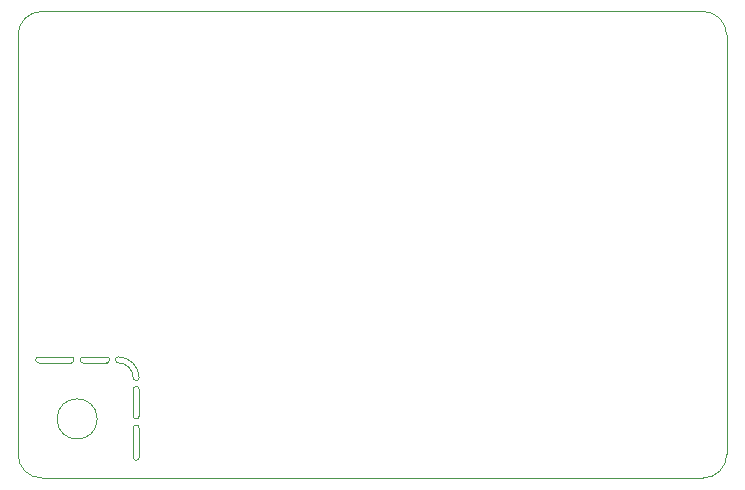
<source format=gbr>
G04 #@! TF.GenerationSoftware,KiCad,Pcbnew,5.1.10-88a1d61d58~88~ubuntu20.04.1*
G04 #@! TF.CreationDate,2021-05-22T18:28:42+02:00*
G04 #@! TF.ProjectId,minimig-arm-controller-0805,6d696e69-6d69-4672-9d61-726d2d636f6e,rev?*
G04 #@! TF.SameCoordinates,Original*
G04 #@! TF.FileFunction,Profile,NP*
%FSLAX46Y46*%
G04 Gerber Fmt 4.6, Leading zero omitted, Abs format (unit mm)*
G04 Created by KiCad (PCBNEW 5.1.10-88a1d61d58~88~ubuntu20.04.1) date 2021-05-22 18:28:42*
%MOMM*%
%LPD*%
G01*
G04 APERTURE LIST*
G04 #@! TA.AperFunction,Profile*
%ADD10C,0.050000*%
G04 #@! TD*
G04 APERTURE END LIST*
D10*
X108500000Y-49750000D02*
G75*
G02*
X110250000Y-51500000I0J-1750000D01*
G01*
X108500000Y-50250000D02*
G75*
G02*
X109750000Y-51500000I0J-1250000D01*
G01*
X110250000Y-51500000D02*
G75*
G02*
X109750000Y-51500000I-250000J0D01*
G01*
X108500000Y-50250000D02*
G75*
G02*
X108500000Y-49750000I0J250000D01*
G01*
X102000000Y-60000000D02*
G75*
G02*
X100000000Y-58000000I0J2000000D01*
G01*
X100000000Y-22500000D02*
G75*
G02*
X102000000Y-20500000I2000000J0D01*
G01*
X160000000Y-58000000D02*
G75*
G02*
X158000000Y-60000000I-2000000J0D01*
G01*
X158000000Y-20500000D02*
G75*
G02*
X160000000Y-22500000I0J-2000000D01*
G01*
X104500000Y-50250000D02*
X101750000Y-50250000D01*
X101750000Y-49750000D02*
X104500000Y-49750000D01*
X101750000Y-50250000D02*
G75*
G02*
X101750000Y-49750000I0J250000D01*
G01*
X104500000Y-49750000D02*
G75*
G02*
X104500000Y-50250000I0J-250000D01*
G01*
X107500000Y-50250000D02*
X105500000Y-50250000D01*
X105500000Y-49750000D02*
X107500000Y-49750000D01*
X105500000Y-50250000D02*
G75*
G02*
X105500000Y-49750000I0J250000D01*
G01*
X107500000Y-49750000D02*
G75*
G02*
X107500000Y-50250000I0J-250000D01*
G01*
X109750000Y-52500000D02*
X109750000Y-54750000D01*
X110250000Y-54750000D02*
X110250000Y-52500000D01*
X109750000Y-52500000D02*
G75*
G02*
X110250000Y-52500000I250000J0D01*
G01*
X110250000Y-54750000D02*
G75*
G02*
X109750000Y-54750000I-250000J0D01*
G01*
X109750000Y-55750000D02*
X109750000Y-58250000D01*
X110250000Y-58250000D02*
X110250000Y-55750000D01*
X110250000Y-58250000D02*
G75*
G02*
X109750000Y-58250000I-250000J0D01*
G01*
X109750000Y-55750000D02*
G75*
G02*
X110250000Y-55750000I250000J0D01*
G01*
X106700000Y-55000000D02*
G75*
G03*
X106700000Y-55000000I-1700000J0D01*
G01*
X100000000Y-58000000D02*
X100000000Y-22500000D01*
X158000000Y-60000000D02*
X102000000Y-60000000D01*
X160000000Y-22500000D02*
X160000000Y-58000000D01*
X102000000Y-20500000D02*
X158000000Y-20500000D01*
M02*

</source>
